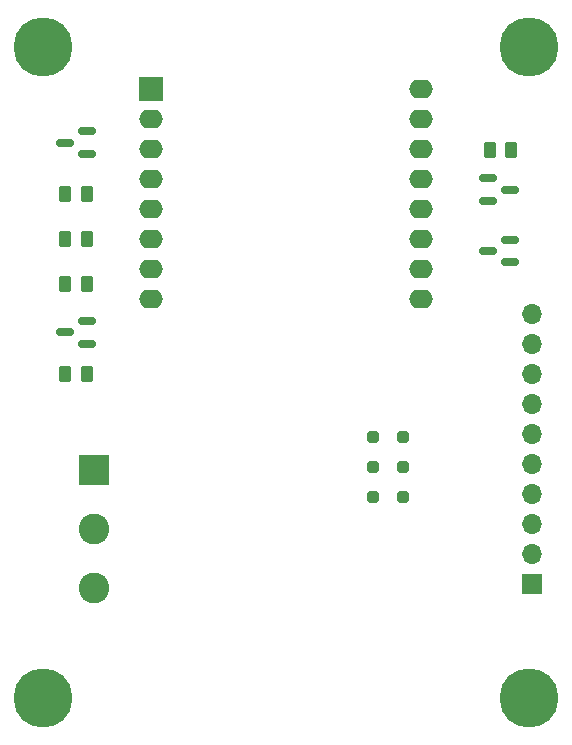
<source format=gts>
%TF.GenerationSoftware,KiCad,Pcbnew,7.0.8*%
%TF.CreationDate,2023-11-03T12:49:23-07:00*%
%TF.ProjectId,RatGDO-OpenSource-D1Mini-ESP8266,52617447-444f-42d4-9f70-656e536f7572,2.5.0*%
%TF.SameCoordinates,Original*%
%TF.FileFunction,Soldermask,Top*%
%TF.FilePolarity,Negative*%
%FSLAX46Y46*%
G04 Gerber Fmt 4.6, Leading zero omitted, Abs format (unit mm)*
G04 Created by KiCad (PCBNEW 7.0.8) date 2023-11-03 12:49:23*
%MOMM*%
%LPD*%
G01*
G04 APERTURE LIST*
G04 Aperture macros list*
%AMRoundRect*
0 Rectangle with rounded corners*
0 $1 Rounding radius*
0 $2 $3 $4 $5 $6 $7 $8 $9 X,Y pos of 4 corners*
0 Add a 4 corners polygon primitive as box body*
4,1,4,$2,$3,$4,$5,$6,$7,$8,$9,$2,$3,0*
0 Add four circle primitives for the rounded corners*
1,1,$1+$1,$2,$3*
1,1,$1+$1,$4,$5*
1,1,$1+$1,$6,$7*
1,1,$1+$1,$8,$9*
0 Add four rect primitives between the rounded corners*
20,1,$1+$1,$2,$3,$4,$5,0*
20,1,$1+$1,$4,$5,$6,$7,0*
20,1,$1+$1,$6,$7,$8,$9,0*
20,1,$1+$1,$8,$9,$2,$3,0*%
G04 Aperture macros list end*
%ADD10C,5.000000*%
%ADD11C,2.600000*%
%ADD12R,2.600000X2.600000*%
%ADD13O,2.000000X1.600000*%
%ADD14R,2.000000X2.000000*%
%ADD15RoundRect,0.250000X-0.262500X-0.450000X0.262500X-0.450000X0.262500X0.450000X-0.262500X0.450000X0*%
%ADD16RoundRect,0.150000X0.587500X0.150000X-0.587500X0.150000X-0.587500X-0.150000X0.587500X-0.150000X0*%
%ADD17RoundRect,0.250000X0.250000X0.250000X-0.250000X0.250000X-0.250000X-0.250000X0.250000X-0.250000X0*%
%ADD18RoundRect,0.150000X-0.587500X-0.150000X0.587500X-0.150000X0.587500X0.150000X-0.587500X0.150000X0*%
%ADD19RoundRect,0.250000X0.262500X0.450000X-0.262500X0.450000X-0.262500X-0.450000X0.262500X-0.450000X0*%
%ADD20R,1.700000X1.700000*%
%ADD21O,1.700000X1.700000*%
G04 APERTURE END LIST*
D10*
%TO.C,REF\u002A\u002A*%
X120396000Y-62484000D03*
%TD*%
D11*
%TO.C,J1*%
X124714000Y-108298000D03*
X124714000Y-103298000D03*
D12*
X124714000Y-98298000D03*
%TD*%
D13*
%TO.C,U1*%
X152407500Y-66040000D03*
X152407500Y-68580000D03*
X152407500Y-71120000D03*
X152407500Y-73660000D03*
X152407500Y-76200000D03*
X152407500Y-78740000D03*
X152407500Y-81280000D03*
X152407500Y-83820000D03*
X129547500Y-83820000D03*
X129547500Y-81280000D03*
X129547500Y-78740000D03*
X129547500Y-76200000D03*
X129547500Y-73660000D03*
X129547500Y-71120000D03*
X129547500Y-68580000D03*
D14*
X129547500Y-66040000D03*
%TD*%
D15*
%TO.C,R3*%
X160020000Y-71215222D03*
X158195000Y-71215222D03*
%TD*%
D16*
%TO.C,Q3*%
X122252500Y-70612000D03*
X124127500Y-69662000D03*
X124127500Y-71562000D03*
%TD*%
D10*
%TO.C,REF\u002A\u002A*%
X161544000Y-62484000D03*
%TD*%
D17*
%TO.C,D1*%
X150856000Y-100584000D03*
X148356000Y-100584000D03*
%TD*%
D10*
%TO.C,REF\u002A\u002A*%
X161544000Y-117602000D03*
%TD*%
%TO.C,REF\u002A\u002A*%
X120396000Y-117602000D03*
%TD*%
D16*
%TO.C,Q4*%
X122252500Y-86680000D03*
X124127500Y-85730000D03*
X124127500Y-87630000D03*
%TD*%
D17*
%TO.C,D2*%
X148356000Y-98044000D03*
X150856000Y-98044000D03*
%TD*%
D18*
%TO.C,Q2*%
X159946757Y-74582843D03*
X158071757Y-75532843D03*
X158071757Y-73632843D03*
%TD*%
D17*
%TO.C,D3*%
X150856000Y-95504000D03*
X148356000Y-95504000D03*
%TD*%
D19*
%TO.C,R5*%
X122277500Y-90170000D03*
X124102500Y-90170000D03*
%TD*%
D16*
%TO.C,Q1*%
X158071757Y-79759515D03*
X159946757Y-78809515D03*
X159946757Y-80709515D03*
%TD*%
D19*
%TO.C,R4*%
X122277500Y-74930000D03*
X124102500Y-74930000D03*
%TD*%
%TO.C,R2*%
X122277500Y-78740000D03*
X124102500Y-78740000D03*
%TD*%
D15*
%TO.C,R1*%
X124102500Y-82550000D03*
X122277500Y-82550000D03*
%TD*%
D20*
%TO.C,J2*%
X161798000Y-107950000D03*
D21*
X161798000Y-105410000D03*
X161798000Y-102870000D03*
X161798000Y-100330000D03*
X161798000Y-97790000D03*
X161798000Y-95250000D03*
X161798000Y-92710000D03*
X161798000Y-90170000D03*
X161798000Y-87630000D03*
X161798000Y-85090000D03*
%TD*%
M02*

</source>
